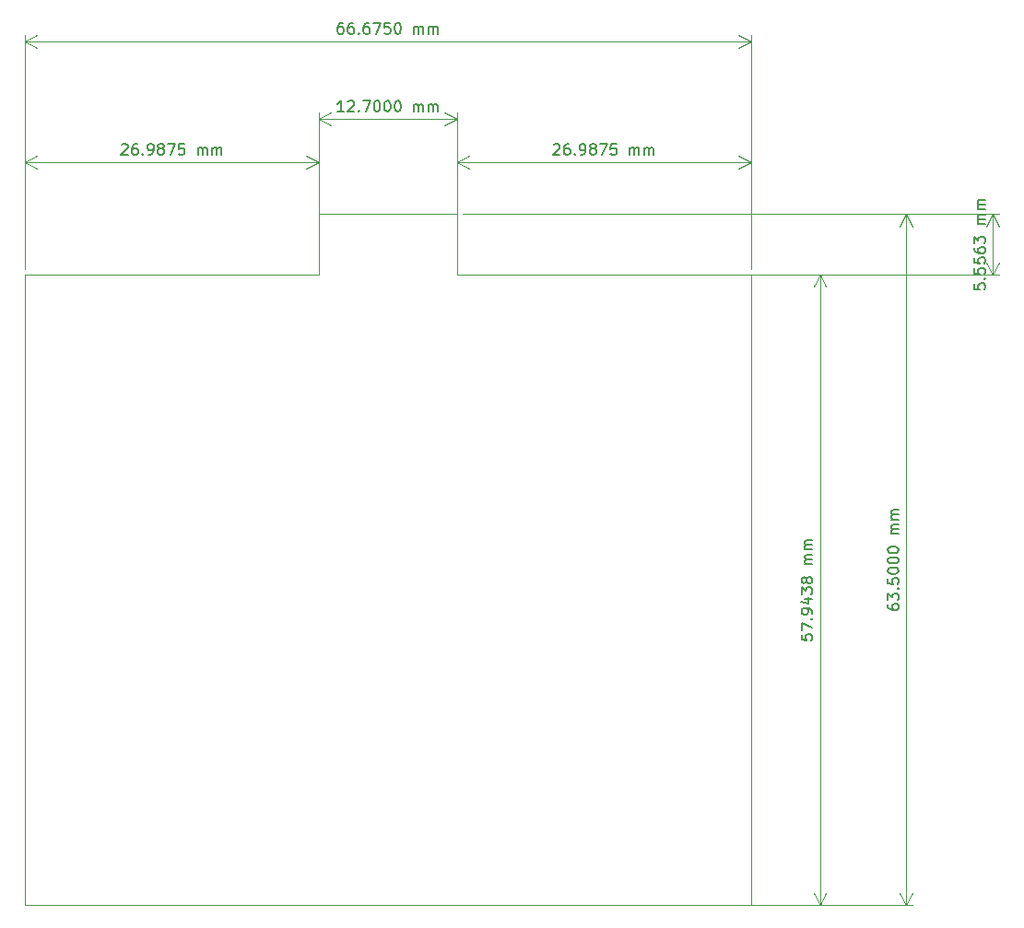
<source format=gbr>
%TF.GenerationSoftware,KiCad,Pcbnew,(6.0.10)*%
%TF.CreationDate,2023-01-18T13:12:32+09:00*%
%TF.ProjectId,3kpad,336b7061-642e-46b6-9963-61645f706362,rev?*%
%TF.SameCoordinates,Original*%
%TF.FileFunction,Profile,NP*%
%FSLAX46Y46*%
G04 Gerber Fmt 4.6, Leading zero omitted, Abs format (unit mm)*
G04 Created by KiCad (PCBNEW (6.0.10)) date 2023-01-18 13:12:32*
%MOMM*%
%LPD*%
G01*
G04 APERTURE LIST*
%TA.AperFunction,Profile*%
%ADD10C,0.100000*%
%TD*%
%ADD11C,0.150000*%
G04 APERTURE END LIST*
D10*
X101600000Y-59531250D02*
X101600000Y-117475000D01*
X101600000Y-117475000D02*
X168275000Y-117475000D01*
X101600000Y-59531250D02*
X128587500Y-59531250D01*
X128587500Y-59531250D02*
X128587500Y-53975000D01*
X168275000Y-59531250D02*
X141287500Y-59531250D01*
X168275000Y-59531250D02*
X168275000Y-117475000D01*
X141287500Y-53975000D02*
X128587500Y-53975000D01*
X141287500Y-59531250D02*
X141287500Y-53975000D01*
D11*
X110474702Y-47610119D02*
X110522321Y-47562500D01*
X110617559Y-47514880D01*
X110855654Y-47514880D01*
X110950892Y-47562500D01*
X110998511Y-47610119D01*
X111046130Y-47705357D01*
X111046130Y-47800595D01*
X110998511Y-47943452D01*
X110427083Y-48514880D01*
X111046130Y-48514880D01*
X111903273Y-47514880D02*
X111712797Y-47514880D01*
X111617559Y-47562500D01*
X111569940Y-47610119D01*
X111474702Y-47752976D01*
X111427083Y-47943452D01*
X111427083Y-48324404D01*
X111474702Y-48419642D01*
X111522321Y-48467261D01*
X111617559Y-48514880D01*
X111808035Y-48514880D01*
X111903273Y-48467261D01*
X111950892Y-48419642D01*
X111998511Y-48324404D01*
X111998511Y-48086309D01*
X111950892Y-47991071D01*
X111903273Y-47943452D01*
X111808035Y-47895833D01*
X111617559Y-47895833D01*
X111522321Y-47943452D01*
X111474702Y-47991071D01*
X111427083Y-48086309D01*
X112427083Y-48419642D02*
X112474702Y-48467261D01*
X112427083Y-48514880D01*
X112379464Y-48467261D01*
X112427083Y-48419642D01*
X112427083Y-48514880D01*
X112950892Y-48514880D02*
X113141369Y-48514880D01*
X113236607Y-48467261D01*
X113284226Y-48419642D01*
X113379464Y-48276785D01*
X113427083Y-48086309D01*
X113427083Y-47705357D01*
X113379464Y-47610119D01*
X113331845Y-47562500D01*
X113236607Y-47514880D01*
X113046130Y-47514880D01*
X112950892Y-47562500D01*
X112903273Y-47610119D01*
X112855654Y-47705357D01*
X112855654Y-47943452D01*
X112903273Y-48038690D01*
X112950892Y-48086309D01*
X113046130Y-48133928D01*
X113236607Y-48133928D01*
X113331845Y-48086309D01*
X113379464Y-48038690D01*
X113427083Y-47943452D01*
X113998511Y-47943452D02*
X113903273Y-47895833D01*
X113855654Y-47848214D01*
X113808035Y-47752976D01*
X113808035Y-47705357D01*
X113855654Y-47610119D01*
X113903273Y-47562500D01*
X113998511Y-47514880D01*
X114188988Y-47514880D01*
X114284226Y-47562500D01*
X114331845Y-47610119D01*
X114379464Y-47705357D01*
X114379464Y-47752976D01*
X114331845Y-47848214D01*
X114284226Y-47895833D01*
X114188988Y-47943452D01*
X113998511Y-47943452D01*
X113903273Y-47991071D01*
X113855654Y-48038690D01*
X113808035Y-48133928D01*
X113808035Y-48324404D01*
X113855654Y-48419642D01*
X113903273Y-48467261D01*
X113998511Y-48514880D01*
X114188988Y-48514880D01*
X114284226Y-48467261D01*
X114331845Y-48419642D01*
X114379464Y-48324404D01*
X114379464Y-48133928D01*
X114331845Y-48038690D01*
X114284226Y-47991071D01*
X114188988Y-47943452D01*
X114712797Y-47514880D02*
X115379464Y-47514880D01*
X114950892Y-48514880D01*
X116236607Y-47514880D02*
X115760416Y-47514880D01*
X115712797Y-47991071D01*
X115760416Y-47943452D01*
X115855654Y-47895833D01*
X116093750Y-47895833D01*
X116188988Y-47943452D01*
X116236607Y-47991071D01*
X116284226Y-48086309D01*
X116284226Y-48324404D01*
X116236607Y-48419642D01*
X116188988Y-48467261D01*
X116093750Y-48514880D01*
X115855654Y-48514880D01*
X115760416Y-48467261D01*
X115712797Y-48419642D01*
X117474702Y-48514880D02*
X117474702Y-47848214D01*
X117474702Y-47943452D02*
X117522321Y-47895833D01*
X117617559Y-47848214D01*
X117760416Y-47848214D01*
X117855654Y-47895833D01*
X117903273Y-47991071D01*
X117903273Y-48514880D01*
X117903273Y-47991071D02*
X117950892Y-47895833D01*
X118046130Y-47848214D01*
X118188988Y-47848214D01*
X118284226Y-47895833D01*
X118331845Y-47991071D01*
X118331845Y-48514880D01*
X118808035Y-48514880D02*
X118808035Y-47848214D01*
X118808035Y-47943452D02*
X118855654Y-47895833D01*
X118950892Y-47848214D01*
X119093750Y-47848214D01*
X119188988Y-47895833D01*
X119236607Y-47991071D01*
X119236607Y-48514880D01*
X119236607Y-47991071D02*
X119284226Y-47895833D01*
X119379464Y-47848214D01*
X119522321Y-47848214D01*
X119617559Y-47895833D01*
X119665178Y-47991071D01*
X119665178Y-48514880D01*
D10*
X128587500Y-59031250D02*
X128587500Y-48626080D01*
X101600000Y-59031250D02*
X101600000Y-48626080D01*
X128587500Y-49212500D02*
X101600000Y-49212500D01*
X128587500Y-49212500D02*
X101600000Y-49212500D01*
X128587500Y-49212500D02*
X127460996Y-48626079D01*
X128587500Y-49212500D02*
X127460996Y-49798921D01*
X101600000Y-49212500D02*
X102726504Y-49798921D01*
X101600000Y-49212500D02*
X102726504Y-48626079D01*
D11*
X130794642Y-36402380D02*
X130604166Y-36402380D01*
X130508928Y-36450000D01*
X130461309Y-36497619D01*
X130366071Y-36640476D01*
X130318452Y-36830952D01*
X130318452Y-37211904D01*
X130366071Y-37307142D01*
X130413690Y-37354761D01*
X130508928Y-37402380D01*
X130699404Y-37402380D01*
X130794642Y-37354761D01*
X130842261Y-37307142D01*
X130889880Y-37211904D01*
X130889880Y-36973809D01*
X130842261Y-36878571D01*
X130794642Y-36830952D01*
X130699404Y-36783333D01*
X130508928Y-36783333D01*
X130413690Y-36830952D01*
X130366071Y-36878571D01*
X130318452Y-36973809D01*
X131747023Y-36402380D02*
X131556547Y-36402380D01*
X131461309Y-36450000D01*
X131413690Y-36497619D01*
X131318452Y-36640476D01*
X131270833Y-36830952D01*
X131270833Y-37211904D01*
X131318452Y-37307142D01*
X131366071Y-37354761D01*
X131461309Y-37402380D01*
X131651785Y-37402380D01*
X131747023Y-37354761D01*
X131794642Y-37307142D01*
X131842261Y-37211904D01*
X131842261Y-36973809D01*
X131794642Y-36878571D01*
X131747023Y-36830952D01*
X131651785Y-36783333D01*
X131461309Y-36783333D01*
X131366071Y-36830952D01*
X131318452Y-36878571D01*
X131270833Y-36973809D01*
X132270833Y-37307142D02*
X132318452Y-37354761D01*
X132270833Y-37402380D01*
X132223214Y-37354761D01*
X132270833Y-37307142D01*
X132270833Y-37402380D01*
X133175595Y-36402380D02*
X132985119Y-36402380D01*
X132889880Y-36450000D01*
X132842261Y-36497619D01*
X132747023Y-36640476D01*
X132699404Y-36830952D01*
X132699404Y-37211904D01*
X132747023Y-37307142D01*
X132794642Y-37354761D01*
X132889880Y-37402380D01*
X133080357Y-37402380D01*
X133175595Y-37354761D01*
X133223214Y-37307142D01*
X133270833Y-37211904D01*
X133270833Y-36973809D01*
X133223214Y-36878571D01*
X133175595Y-36830952D01*
X133080357Y-36783333D01*
X132889880Y-36783333D01*
X132794642Y-36830952D01*
X132747023Y-36878571D01*
X132699404Y-36973809D01*
X133604166Y-36402380D02*
X134270833Y-36402380D01*
X133842261Y-37402380D01*
X135127976Y-36402380D02*
X134651785Y-36402380D01*
X134604166Y-36878571D01*
X134651785Y-36830952D01*
X134747023Y-36783333D01*
X134985119Y-36783333D01*
X135080357Y-36830952D01*
X135127976Y-36878571D01*
X135175595Y-36973809D01*
X135175595Y-37211904D01*
X135127976Y-37307142D01*
X135080357Y-37354761D01*
X134985119Y-37402380D01*
X134747023Y-37402380D01*
X134651785Y-37354761D01*
X134604166Y-37307142D01*
X135794642Y-36402380D02*
X135889880Y-36402380D01*
X135985119Y-36450000D01*
X136032738Y-36497619D01*
X136080357Y-36592857D01*
X136127976Y-36783333D01*
X136127976Y-37021428D01*
X136080357Y-37211904D01*
X136032738Y-37307142D01*
X135985119Y-37354761D01*
X135889880Y-37402380D01*
X135794642Y-37402380D01*
X135699404Y-37354761D01*
X135651785Y-37307142D01*
X135604166Y-37211904D01*
X135556547Y-37021428D01*
X135556547Y-36783333D01*
X135604166Y-36592857D01*
X135651785Y-36497619D01*
X135699404Y-36450000D01*
X135794642Y-36402380D01*
X137318452Y-37402380D02*
X137318452Y-36735714D01*
X137318452Y-36830952D02*
X137366071Y-36783333D01*
X137461309Y-36735714D01*
X137604166Y-36735714D01*
X137699404Y-36783333D01*
X137747023Y-36878571D01*
X137747023Y-37402380D01*
X137747023Y-36878571D02*
X137794642Y-36783333D01*
X137889880Y-36735714D01*
X138032738Y-36735714D01*
X138127976Y-36783333D01*
X138175595Y-36878571D01*
X138175595Y-37402380D01*
X138651785Y-37402380D02*
X138651785Y-36735714D01*
X138651785Y-36830952D02*
X138699404Y-36783333D01*
X138794642Y-36735714D01*
X138937500Y-36735714D01*
X139032738Y-36783333D01*
X139080357Y-36878571D01*
X139080357Y-37402380D01*
X139080357Y-36878571D02*
X139127976Y-36783333D01*
X139223214Y-36735714D01*
X139366071Y-36735714D01*
X139461309Y-36783333D01*
X139508928Y-36878571D01*
X139508928Y-37402380D01*
D10*
X101600000Y-59031250D02*
X101600000Y-37513580D01*
X168275000Y-59031250D02*
X168275000Y-37513580D01*
X101600000Y-38100000D02*
X168275000Y-38100000D01*
X101600000Y-38100000D02*
X168275000Y-38100000D01*
X101600000Y-38100000D02*
X102726504Y-38686421D01*
X101600000Y-38100000D02*
X102726504Y-37513579D01*
X168275000Y-38100000D02*
X167148496Y-37513579D01*
X168275000Y-38100000D02*
X167148496Y-38686421D01*
D11*
X172927380Y-92598363D02*
X172927380Y-93074553D01*
X173403571Y-93122172D01*
X173355952Y-93074553D01*
X173308333Y-92979315D01*
X173308333Y-92741220D01*
X173355952Y-92645982D01*
X173403571Y-92598363D01*
X173498809Y-92550744D01*
X173736904Y-92550744D01*
X173832142Y-92598363D01*
X173879761Y-92645982D01*
X173927380Y-92741220D01*
X173927380Y-92979315D01*
X173879761Y-93074553D01*
X173832142Y-93122172D01*
X172927380Y-92217410D02*
X172927380Y-91550744D01*
X173927380Y-91979315D01*
X173832142Y-91169791D02*
X173879761Y-91122172D01*
X173927380Y-91169791D01*
X173879761Y-91217410D01*
X173832142Y-91169791D01*
X173927380Y-91169791D01*
X173927380Y-90645982D02*
X173927380Y-90455505D01*
X173879761Y-90360267D01*
X173832142Y-90312648D01*
X173689285Y-90217410D01*
X173498809Y-90169791D01*
X173117857Y-90169791D01*
X173022619Y-90217410D01*
X172975000Y-90265029D01*
X172927380Y-90360267D01*
X172927380Y-90550744D01*
X172975000Y-90645982D01*
X173022619Y-90693601D01*
X173117857Y-90741220D01*
X173355952Y-90741220D01*
X173451190Y-90693601D01*
X173498809Y-90645982D01*
X173546428Y-90550744D01*
X173546428Y-90360267D01*
X173498809Y-90265029D01*
X173451190Y-90217410D01*
X173355952Y-90169791D01*
X173260714Y-89312648D02*
X173927380Y-89312648D01*
X172879761Y-89550744D02*
X173594047Y-89788839D01*
X173594047Y-89169791D01*
X172927380Y-88884077D02*
X172927380Y-88265029D01*
X173308333Y-88598363D01*
X173308333Y-88455505D01*
X173355952Y-88360267D01*
X173403571Y-88312648D01*
X173498809Y-88265029D01*
X173736904Y-88265029D01*
X173832142Y-88312648D01*
X173879761Y-88360267D01*
X173927380Y-88455505D01*
X173927380Y-88741220D01*
X173879761Y-88836458D01*
X173832142Y-88884077D01*
X173355952Y-87693601D02*
X173308333Y-87788839D01*
X173260714Y-87836458D01*
X173165476Y-87884077D01*
X173117857Y-87884077D01*
X173022619Y-87836458D01*
X172975000Y-87788839D01*
X172927380Y-87693601D01*
X172927380Y-87503125D01*
X172975000Y-87407886D01*
X173022619Y-87360267D01*
X173117857Y-87312648D01*
X173165476Y-87312648D01*
X173260714Y-87360267D01*
X173308333Y-87407886D01*
X173355952Y-87503125D01*
X173355952Y-87693601D01*
X173403571Y-87788839D01*
X173451190Y-87836458D01*
X173546428Y-87884077D01*
X173736904Y-87884077D01*
X173832142Y-87836458D01*
X173879761Y-87788839D01*
X173927380Y-87693601D01*
X173927380Y-87503125D01*
X173879761Y-87407886D01*
X173832142Y-87360267D01*
X173736904Y-87312648D01*
X173546428Y-87312648D01*
X173451190Y-87360267D01*
X173403571Y-87407886D01*
X173355952Y-87503125D01*
X173927380Y-86122172D02*
X173260714Y-86122172D01*
X173355952Y-86122172D02*
X173308333Y-86074553D01*
X173260714Y-85979315D01*
X173260714Y-85836458D01*
X173308333Y-85741220D01*
X173403571Y-85693601D01*
X173927380Y-85693601D01*
X173403571Y-85693601D02*
X173308333Y-85645982D01*
X173260714Y-85550744D01*
X173260714Y-85407886D01*
X173308333Y-85312648D01*
X173403571Y-85265029D01*
X173927380Y-85265029D01*
X173927380Y-84788839D02*
X173260714Y-84788839D01*
X173355952Y-84788839D02*
X173308333Y-84741220D01*
X173260714Y-84645982D01*
X173260714Y-84503125D01*
X173308333Y-84407886D01*
X173403571Y-84360267D01*
X173927380Y-84360267D01*
X173403571Y-84360267D02*
X173308333Y-84312648D01*
X173260714Y-84217410D01*
X173260714Y-84074553D01*
X173308333Y-83979315D01*
X173403571Y-83931696D01*
X173927380Y-83931696D01*
D10*
X168775000Y-59531250D02*
X175211420Y-59531250D01*
X168775000Y-117475000D02*
X175211420Y-117475000D01*
X174625000Y-59531250D02*
X174625000Y-117475000D01*
X174625000Y-59531250D02*
X174625000Y-117475000D01*
X174625000Y-59531250D02*
X174038579Y-60657754D01*
X174625000Y-59531250D02*
X175211421Y-60657754D01*
X174625000Y-117475000D02*
X175211421Y-116348496D01*
X174625000Y-117475000D02*
X174038579Y-116348496D01*
D11*
X188802380Y-60372172D02*
X188802380Y-60848363D01*
X189278571Y-60895982D01*
X189230952Y-60848363D01*
X189183333Y-60753125D01*
X189183333Y-60515029D01*
X189230952Y-60419791D01*
X189278571Y-60372172D01*
X189373809Y-60324553D01*
X189611904Y-60324553D01*
X189707142Y-60372172D01*
X189754761Y-60419791D01*
X189802380Y-60515029D01*
X189802380Y-60753125D01*
X189754761Y-60848363D01*
X189707142Y-60895982D01*
X189707142Y-59895982D02*
X189754761Y-59848363D01*
X189802380Y-59895982D01*
X189754761Y-59943601D01*
X189707142Y-59895982D01*
X189802380Y-59895982D01*
X188802380Y-58943601D02*
X188802380Y-59419791D01*
X189278571Y-59467410D01*
X189230952Y-59419791D01*
X189183333Y-59324553D01*
X189183333Y-59086458D01*
X189230952Y-58991220D01*
X189278571Y-58943601D01*
X189373809Y-58895982D01*
X189611904Y-58895982D01*
X189707142Y-58943601D01*
X189754761Y-58991220D01*
X189802380Y-59086458D01*
X189802380Y-59324553D01*
X189754761Y-59419791D01*
X189707142Y-59467410D01*
X188802380Y-57991220D02*
X188802380Y-58467410D01*
X189278571Y-58515029D01*
X189230952Y-58467410D01*
X189183333Y-58372172D01*
X189183333Y-58134077D01*
X189230952Y-58038839D01*
X189278571Y-57991220D01*
X189373809Y-57943601D01*
X189611904Y-57943601D01*
X189707142Y-57991220D01*
X189754761Y-58038839D01*
X189802380Y-58134077D01*
X189802380Y-58372172D01*
X189754761Y-58467410D01*
X189707142Y-58515029D01*
X188802380Y-57086458D02*
X188802380Y-57276934D01*
X188850000Y-57372172D01*
X188897619Y-57419791D01*
X189040476Y-57515029D01*
X189230952Y-57562648D01*
X189611904Y-57562648D01*
X189707142Y-57515029D01*
X189754761Y-57467410D01*
X189802380Y-57372172D01*
X189802380Y-57181696D01*
X189754761Y-57086458D01*
X189707142Y-57038839D01*
X189611904Y-56991220D01*
X189373809Y-56991220D01*
X189278571Y-57038839D01*
X189230952Y-57086458D01*
X189183333Y-57181696D01*
X189183333Y-57372172D01*
X189230952Y-57467410D01*
X189278571Y-57515029D01*
X189373809Y-57562648D01*
X188802380Y-56657886D02*
X188802380Y-56038839D01*
X189183333Y-56372172D01*
X189183333Y-56229315D01*
X189230952Y-56134077D01*
X189278571Y-56086458D01*
X189373809Y-56038839D01*
X189611904Y-56038839D01*
X189707142Y-56086458D01*
X189754761Y-56134077D01*
X189802380Y-56229315D01*
X189802380Y-56515029D01*
X189754761Y-56610267D01*
X189707142Y-56657886D01*
X189802380Y-54848363D02*
X189135714Y-54848363D01*
X189230952Y-54848363D02*
X189183333Y-54800744D01*
X189135714Y-54705505D01*
X189135714Y-54562648D01*
X189183333Y-54467410D01*
X189278571Y-54419791D01*
X189802380Y-54419791D01*
X189278571Y-54419791D02*
X189183333Y-54372172D01*
X189135714Y-54276934D01*
X189135714Y-54134077D01*
X189183333Y-54038839D01*
X189278571Y-53991220D01*
X189802380Y-53991220D01*
X189802380Y-53515029D02*
X189135714Y-53515029D01*
X189230952Y-53515029D02*
X189183333Y-53467410D01*
X189135714Y-53372172D01*
X189135714Y-53229315D01*
X189183333Y-53134077D01*
X189278571Y-53086458D01*
X189802380Y-53086458D01*
X189278571Y-53086458D02*
X189183333Y-53038839D01*
X189135714Y-52943601D01*
X189135714Y-52800744D01*
X189183333Y-52705505D01*
X189278571Y-52657886D01*
X189802380Y-52657886D01*
D10*
X141787500Y-53975000D02*
X191086420Y-53975000D01*
X141787500Y-59531250D02*
X191086420Y-59531250D01*
X190500000Y-53975000D02*
X190500000Y-59531250D01*
X190500000Y-53975000D02*
X190500000Y-59531250D01*
X190500000Y-53975000D02*
X189913579Y-55101504D01*
X190500000Y-53975000D02*
X191086421Y-55101504D01*
X190500000Y-59531250D02*
X191086421Y-58404746D01*
X190500000Y-59531250D02*
X189913579Y-58404746D01*
D11*
X150162202Y-47610119D02*
X150209821Y-47562500D01*
X150305059Y-47514880D01*
X150543154Y-47514880D01*
X150638392Y-47562500D01*
X150686011Y-47610119D01*
X150733630Y-47705357D01*
X150733630Y-47800595D01*
X150686011Y-47943452D01*
X150114583Y-48514880D01*
X150733630Y-48514880D01*
X151590773Y-47514880D02*
X151400297Y-47514880D01*
X151305059Y-47562500D01*
X151257440Y-47610119D01*
X151162202Y-47752976D01*
X151114583Y-47943452D01*
X151114583Y-48324404D01*
X151162202Y-48419642D01*
X151209821Y-48467261D01*
X151305059Y-48514880D01*
X151495535Y-48514880D01*
X151590773Y-48467261D01*
X151638392Y-48419642D01*
X151686011Y-48324404D01*
X151686011Y-48086309D01*
X151638392Y-47991071D01*
X151590773Y-47943452D01*
X151495535Y-47895833D01*
X151305059Y-47895833D01*
X151209821Y-47943452D01*
X151162202Y-47991071D01*
X151114583Y-48086309D01*
X152114583Y-48419642D02*
X152162202Y-48467261D01*
X152114583Y-48514880D01*
X152066964Y-48467261D01*
X152114583Y-48419642D01*
X152114583Y-48514880D01*
X152638392Y-48514880D02*
X152828869Y-48514880D01*
X152924107Y-48467261D01*
X152971726Y-48419642D01*
X153066964Y-48276785D01*
X153114583Y-48086309D01*
X153114583Y-47705357D01*
X153066964Y-47610119D01*
X153019345Y-47562500D01*
X152924107Y-47514880D01*
X152733630Y-47514880D01*
X152638392Y-47562500D01*
X152590773Y-47610119D01*
X152543154Y-47705357D01*
X152543154Y-47943452D01*
X152590773Y-48038690D01*
X152638392Y-48086309D01*
X152733630Y-48133928D01*
X152924107Y-48133928D01*
X153019345Y-48086309D01*
X153066964Y-48038690D01*
X153114583Y-47943452D01*
X153686011Y-47943452D02*
X153590773Y-47895833D01*
X153543154Y-47848214D01*
X153495535Y-47752976D01*
X153495535Y-47705357D01*
X153543154Y-47610119D01*
X153590773Y-47562500D01*
X153686011Y-47514880D01*
X153876488Y-47514880D01*
X153971726Y-47562500D01*
X154019345Y-47610119D01*
X154066964Y-47705357D01*
X154066964Y-47752976D01*
X154019345Y-47848214D01*
X153971726Y-47895833D01*
X153876488Y-47943452D01*
X153686011Y-47943452D01*
X153590773Y-47991071D01*
X153543154Y-48038690D01*
X153495535Y-48133928D01*
X153495535Y-48324404D01*
X153543154Y-48419642D01*
X153590773Y-48467261D01*
X153686011Y-48514880D01*
X153876488Y-48514880D01*
X153971726Y-48467261D01*
X154019345Y-48419642D01*
X154066964Y-48324404D01*
X154066964Y-48133928D01*
X154019345Y-48038690D01*
X153971726Y-47991071D01*
X153876488Y-47943452D01*
X154400297Y-47514880D02*
X155066964Y-47514880D01*
X154638392Y-48514880D01*
X155924107Y-47514880D02*
X155447916Y-47514880D01*
X155400297Y-47991071D01*
X155447916Y-47943452D01*
X155543154Y-47895833D01*
X155781250Y-47895833D01*
X155876488Y-47943452D01*
X155924107Y-47991071D01*
X155971726Y-48086309D01*
X155971726Y-48324404D01*
X155924107Y-48419642D01*
X155876488Y-48467261D01*
X155781250Y-48514880D01*
X155543154Y-48514880D01*
X155447916Y-48467261D01*
X155400297Y-48419642D01*
X157162202Y-48514880D02*
X157162202Y-47848214D01*
X157162202Y-47943452D02*
X157209821Y-47895833D01*
X157305059Y-47848214D01*
X157447916Y-47848214D01*
X157543154Y-47895833D01*
X157590773Y-47991071D01*
X157590773Y-48514880D01*
X157590773Y-47991071D02*
X157638392Y-47895833D01*
X157733630Y-47848214D01*
X157876488Y-47848214D01*
X157971726Y-47895833D01*
X158019345Y-47991071D01*
X158019345Y-48514880D01*
X158495535Y-48514880D02*
X158495535Y-47848214D01*
X158495535Y-47943452D02*
X158543154Y-47895833D01*
X158638392Y-47848214D01*
X158781250Y-47848214D01*
X158876488Y-47895833D01*
X158924107Y-47991071D01*
X158924107Y-48514880D01*
X158924107Y-47991071D02*
X158971726Y-47895833D01*
X159066964Y-47848214D01*
X159209821Y-47848214D01*
X159305059Y-47895833D01*
X159352678Y-47991071D01*
X159352678Y-48514880D01*
D10*
X168275000Y-59031250D02*
X168275000Y-48626080D01*
X141287500Y-59031250D02*
X141287500Y-48626080D01*
X168275000Y-49212500D02*
X141287500Y-49212500D01*
X168275000Y-49212500D02*
X141287500Y-49212500D01*
X168275000Y-49212500D02*
X167148496Y-48626079D01*
X168275000Y-49212500D02*
X167148496Y-49798921D01*
X141287500Y-49212500D02*
X142414004Y-49798921D01*
X141287500Y-49212500D02*
X142414004Y-48626079D01*
D11*
X180864880Y-89867857D02*
X180864880Y-90058333D01*
X180912500Y-90153571D01*
X180960119Y-90201190D01*
X181102976Y-90296428D01*
X181293452Y-90344047D01*
X181674404Y-90344047D01*
X181769642Y-90296428D01*
X181817261Y-90248809D01*
X181864880Y-90153571D01*
X181864880Y-89963095D01*
X181817261Y-89867857D01*
X181769642Y-89820238D01*
X181674404Y-89772619D01*
X181436309Y-89772619D01*
X181341071Y-89820238D01*
X181293452Y-89867857D01*
X181245833Y-89963095D01*
X181245833Y-90153571D01*
X181293452Y-90248809D01*
X181341071Y-90296428D01*
X181436309Y-90344047D01*
X180864880Y-89439285D02*
X180864880Y-88820238D01*
X181245833Y-89153571D01*
X181245833Y-89010714D01*
X181293452Y-88915476D01*
X181341071Y-88867857D01*
X181436309Y-88820238D01*
X181674404Y-88820238D01*
X181769642Y-88867857D01*
X181817261Y-88915476D01*
X181864880Y-89010714D01*
X181864880Y-89296428D01*
X181817261Y-89391666D01*
X181769642Y-89439285D01*
X181769642Y-88391666D02*
X181817261Y-88344047D01*
X181864880Y-88391666D01*
X181817261Y-88439285D01*
X181769642Y-88391666D01*
X181864880Y-88391666D01*
X180864880Y-87439285D02*
X180864880Y-87915476D01*
X181341071Y-87963095D01*
X181293452Y-87915476D01*
X181245833Y-87820238D01*
X181245833Y-87582142D01*
X181293452Y-87486904D01*
X181341071Y-87439285D01*
X181436309Y-87391666D01*
X181674404Y-87391666D01*
X181769642Y-87439285D01*
X181817261Y-87486904D01*
X181864880Y-87582142D01*
X181864880Y-87820238D01*
X181817261Y-87915476D01*
X181769642Y-87963095D01*
X180864880Y-86772619D02*
X180864880Y-86677380D01*
X180912500Y-86582142D01*
X180960119Y-86534523D01*
X181055357Y-86486904D01*
X181245833Y-86439285D01*
X181483928Y-86439285D01*
X181674404Y-86486904D01*
X181769642Y-86534523D01*
X181817261Y-86582142D01*
X181864880Y-86677380D01*
X181864880Y-86772619D01*
X181817261Y-86867857D01*
X181769642Y-86915476D01*
X181674404Y-86963095D01*
X181483928Y-87010714D01*
X181245833Y-87010714D01*
X181055357Y-86963095D01*
X180960119Y-86915476D01*
X180912500Y-86867857D01*
X180864880Y-86772619D01*
X180864880Y-85820238D02*
X180864880Y-85725000D01*
X180912500Y-85629761D01*
X180960119Y-85582142D01*
X181055357Y-85534523D01*
X181245833Y-85486904D01*
X181483928Y-85486904D01*
X181674404Y-85534523D01*
X181769642Y-85582142D01*
X181817261Y-85629761D01*
X181864880Y-85725000D01*
X181864880Y-85820238D01*
X181817261Y-85915476D01*
X181769642Y-85963095D01*
X181674404Y-86010714D01*
X181483928Y-86058333D01*
X181245833Y-86058333D01*
X181055357Y-86010714D01*
X180960119Y-85963095D01*
X180912500Y-85915476D01*
X180864880Y-85820238D01*
X180864880Y-84867857D02*
X180864880Y-84772619D01*
X180912500Y-84677380D01*
X180960119Y-84629761D01*
X181055357Y-84582142D01*
X181245833Y-84534523D01*
X181483928Y-84534523D01*
X181674404Y-84582142D01*
X181769642Y-84629761D01*
X181817261Y-84677380D01*
X181864880Y-84772619D01*
X181864880Y-84867857D01*
X181817261Y-84963095D01*
X181769642Y-85010714D01*
X181674404Y-85058333D01*
X181483928Y-85105952D01*
X181245833Y-85105952D01*
X181055357Y-85058333D01*
X180960119Y-85010714D01*
X180912500Y-84963095D01*
X180864880Y-84867857D01*
X181864880Y-83344047D02*
X181198214Y-83344047D01*
X181293452Y-83344047D02*
X181245833Y-83296428D01*
X181198214Y-83201190D01*
X181198214Y-83058333D01*
X181245833Y-82963095D01*
X181341071Y-82915476D01*
X181864880Y-82915476D01*
X181341071Y-82915476D02*
X181245833Y-82867857D01*
X181198214Y-82772619D01*
X181198214Y-82629761D01*
X181245833Y-82534523D01*
X181341071Y-82486904D01*
X181864880Y-82486904D01*
X181864880Y-82010714D02*
X181198214Y-82010714D01*
X181293452Y-82010714D02*
X181245833Y-81963095D01*
X181198214Y-81867857D01*
X181198214Y-81725000D01*
X181245833Y-81629761D01*
X181341071Y-81582142D01*
X181864880Y-81582142D01*
X181341071Y-81582142D02*
X181245833Y-81534523D01*
X181198214Y-81439285D01*
X181198214Y-81296428D01*
X181245833Y-81201190D01*
X181341071Y-81153571D01*
X181864880Y-81153571D01*
D10*
X141787500Y-53975000D02*
X183148920Y-53975000D01*
X141787500Y-117475000D02*
X183148920Y-117475000D01*
X182562500Y-53975000D02*
X182562500Y-117475000D01*
X182562500Y-53975000D02*
X182562500Y-117475000D01*
X182562500Y-53975000D02*
X181976079Y-55101504D01*
X182562500Y-53975000D02*
X183148921Y-55101504D01*
X182562500Y-117475000D02*
X183148921Y-116348496D01*
X182562500Y-117475000D02*
X181976079Y-116348496D01*
D11*
X130889880Y-44546130D02*
X130318452Y-44546130D01*
X130604166Y-44546130D02*
X130604166Y-43546130D01*
X130508928Y-43688988D01*
X130413690Y-43784226D01*
X130318452Y-43831845D01*
X131270833Y-43641369D02*
X131318452Y-43593750D01*
X131413690Y-43546130D01*
X131651785Y-43546130D01*
X131747023Y-43593750D01*
X131794642Y-43641369D01*
X131842261Y-43736607D01*
X131842261Y-43831845D01*
X131794642Y-43974702D01*
X131223214Y-44546130D01*
X131842261Y-44546130D01*
X132270833Y-44450892D02*
X132318452Y-44498511D01*
X132270833Y-44546130D01*
X132223214Y-44498511D01*
X132270833Y-44450892D01*
X132270833Y-44546130D01*
X132651785Y-43546130D02*
X133318452Y-43546130D01*
X132889880Y-44546130D01*
X133889880Y-43546130D02*
X133985119Y-43546130D01*
X134080357Y-43593750D01*
X134127976Y-43641369D01*
X134175595Y-43736607D01*
X134223214Y-43927083D01*
X134223214Y-44165178D01*
X134175595Y-44355654D01*
X134127976Y-44450892D01*
X134080357Y-44498511D01*
X133985119Y-44546130D01*
X133889880Y-44546130D01*
X133794642Y-44498511D01*
X133747023Y-44450892D01*
X133699404Y-44355654D01*
X133651785Y-44165178D01*
X133651785Y-43927083D01*
X133699404Y-43736607D01*
X133747023Y-43641369D01*
X133794642Y-43593750D01*
X133889880Y-43546130D01*
X134842261Y-43546130D02*
X134937500Y-43546130D01*
X135032738Y-43593750D01*
X135080357Y-43641369D01*
X135127976Y-43736607D01*
X135175595Y-43927083D01*
X135175595Y-44165178D01*
X135127976Y-44355654D01*
X135080357Y-44450892D01*
X135032738Y-44498511D01*
X134937500Y-44546130D01*
X134842261Y-44546130D01*
X134747023Y-44498511D01*
X134699404Y-44450892D01*
X134651785Y-44355654D01*
X134604166Y-44165178D01*
X134604166Y-43927083D01*
X134651785Y-43736607D01*
X134699404Y-43641369D01*
X134747023Y-43593750D01*
X134842261Y-43546130D01*
X135794642Y-43546130D02*
X135889880Y-43546130D01*
X135985119Y-43593750D01*
X136032738Y-43641369D01*
X136080357Y-43736607D01*
X136127976Y-43927083D01*
X136127976Y-44165178D01*
X136080357Y-44355654D01*
X136032738Y-44450892D01*
X135985119Y-44498511D01*
X135889880Y-44546130D01*
X135794642Y-44546130D01*
X135699404Y-44498511D01*
X135651785Y-44450892D01*
X135604166Y-44355654D01*
X135556547Y-44165178D01*
X135556547Y-43927083D01*
X135604166Y-43736607D01*
X135651785Y-43641369D01*
X135699404Y-43593750D01*
X135794642Y-43546130D01*
X137318452Y-44546130D02*
X137318452Y-43879464D01*
X137318452Y-43974702D02*
X137366071Y-43927083D01*
X137461309Y-43879464D01*
X137604166Y-43879464D01*
X137699404Y-43927083D01*
X137747023Y-44022321D01*
X137747023Y-44546130D01*
X137747023Y-44022321D02*
X137794642Y-43927083D01*
X137889880Y-43879464D01*
X138032738Y-43879464D01*
X138127976Y-43927083D01*
X138175595Y-44022321D01*
X138175595Y-44546130D01*
X138651785Y-44546130D02*
X138651785Y-43879464D01*
X138651785Y-43974702D02*
X138699404Y-43927083D01*
X138794642Y-43879464D01*
X138937500Y-43879464D01*
X139032738Y-43927083D01*
X139080357Y-44022321D01*
X139080357Y-44546130D01*
X139080357Y-44022321D02*
X139127976Y-43927083D01*
X139223214Y-43879464D01*
X139366071Y-43879464D01*
X139461309Y-43927083D01*
X139508928Y-44022321D01*
X139508928Y-44546130D01*
D10*
X128587500Y-53475000D02*
X128587500Y-44657330D01*
X141287500Y-53475000D02*
X141287500Y-44657330D01*
X128587500Y-45243750D02*
X141287500Y-45243750D01*
X128587500Y-45243750D02*
X141287500Y-45243750D01*
X128587500Y-45243750D02*
X129714004Y-45830171D01*
X128587500Y-45243750D02*
X129714004Y-44657329D01*
X141287500Y-45243750D02*
X140160996Y-44657329D01*
X141287500Y-45243750D02*
X140160996Y-45830171D01*
M02*

</source>
